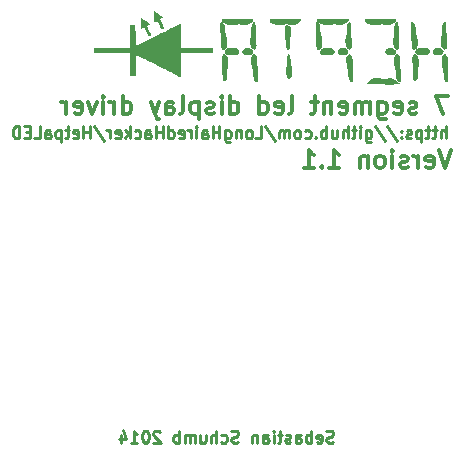
<source format=gbo>
G04 (created by PCBNEW (2013-may-18)-stable) date Tue 21 Oct 2014 06:54:13 PM CEST*
%MOIN*%
G04 Gerber Fmt 3.4, Leading zero omitted, Abs format*
%FSLAX34Y34*%
G01*
G70*
G90*
G04 APERTURE LIST*
%ADD10C,0.00590551*%
%ADD11C,0.011811*%
%ADD12C,0.00984252*%
%ADD13C,0.0001*%
G04 APERTURE END LIST*
G54D10*
G54D11*
X56474Y-24148D02*
X56277Y-24739D01*
X56080Y-24148D01*
X55659Y-24710D02*
X55715Y-24739D01*
X55827Y-24739D01*
X55884Y-24710D01*
X55912Y-24654D01*
X55912Y-24429D01*
X55884Y-24373D01*
X55827Y-24345D01*
X55715Y-24345D01*
X55659Y-24373D01*
X55631Y-24429D01*
X55631Y-24485D01*
X55912Y-24542D01*
X55377Y-24739D02*
X55377Y-24345D01*
X55377Y-24457D02*
X55349Y-24401D01*
X55321Y-24373D01*
X55265Y-24345D01*
X55209Y-24345D01*
X55040Y-24710D02*
X54984Y-24739D01*
X54871Y-24739D01*
X54815Y-24710D01*
X54787Y-24654D01*
X54787Y-24626D01*
X54815Y-24570D01*
X54871Y-24542D01*
X54956Y-24542D01*
X55012Y-24514D01*
X55040Y-24457D01*
X55040Y-24429D01*
X55012Y-24373D01*
X54956Y-24345D01*
X54871Y-24345D01*
X54815Y-24373D01*
X54534Y-24739D02*
X54534Y-24345D01*
X54534Y-24148D02*
X54562Y-24176D01*
X54534Y-24204D01*
X54506Y-24176D01*
X54534Y-24148D01*
X54534Y-24204D01*
X54168Y-24739D02*
X54224Y-24710D01*
X54253Y-24682D01*
X54281Y-24626D01*
X54281Y-24457D01*
X54253Y-24401D01*
X54224Y-24373D01*
X54168Y-24345D01*
X54084Y-24345D01*
X54028Y-24373D01*
X54000Y-24401D01*
X53971Y-24457D01*
X53971Y-24626D01*
X54000Y-24682D01*
X54028Y-24710D01*
X54084Y-24739D01*
X54168Y-24739D01*
X53718Y-24345D02*
X53718Y-24739D01*
X53718Y-24401D02*
X53690Y-24373D01*
X53634Y-24345D01*
X53550Y-24345D01*
X53493Y-24373D01*
X53465Y-24429D01*
X53465Y-24739D01*
X52425Y-24739D02*
X52762Y-24739D01*
X52593Y-24739D02*
X52593Y-24148D01*
X52650Y-24232D01*
X52706Y-24289D01*
X52762Y-24317D01*
X52172Y-24682D02*
X52143Y-24710D01*
X52172Y-24739D01*
X52200Y-24710D01*
X52172Y-24682D01*
X52172Y-24739D01*
X51581Y-24739D02*
X51919Y-24739D01*
X51750Y-24739D02*
X51750Y-24148D01*
X51806Y-24232D01*
X51862Y-24289D01*
X51919Y-24317D01*
G54D12*
X52562Y-33890D02*
X52505Y-33909D01*
X52412Y-33909D01*
X52374Y-33890D01*
X52355Y-33871D01*
X52337Y-33834D01*
X52337Y-33796D01*
X52355Y-33759D01*
X52374Y-33740D01*
X52412Y-33721D01*
X52487Y-33703D01*
X52524Y-33684D01*
X52543Y-33665D01*
X52562Y-33628D01*
X52562Y-33590D01*
X52543Y-33553D01*
X52524Y-33534D01*
X52487Y-33515D01*
X52393Y-33515D01*
X52337Y-33534D01*
X52018Y-33890D02*
X52055Y-33909D01*
X52130Y-33909D01*
X52168Y-33890D01*
X52187Y-33853D01*
X52187Y-33703D01*
X52168Y-33665D01*
X52130Y-33646D01*
X52055Y-33646D01*
X52018Y-33665D01*
X51999Y-33703D01*
X51999Y-33740D01*
X52187Y-33778D01*
X51830Y-33909D02*
X51830Y-33515D01*
X51830Y-33665D02*
X51793Y-33646D01*
X51718Y-33646D01*
X51680Y-33665D01*
X51662Y-33684D01*
X51643Y-33721D01*
X51643Y-33834D01*
X51662Y-33871D01*
X51680Y-33890D01*
X51718Y-33909D01*
X51793Y-33909D01*
X51830Y-33890D01*
X51305Y-33909D02*
X51305Y-33703D01*
X51324Y-33665D01*
X51362Y-33646D01*
X51437Y-33646D01*
X51474Y-33665D01*
X51305Y-33890D02*
X51343Y-33909D01*
X51437Y-33909D01*
X51474Y-33890D01*
X51493Y-33853D01*
X51493Y-33815D01*
X51474Y-33778D01*
X51437Y-33759D01*
X51343Y-33759D01*
X51305Y-33740D01*
X51137Y-33890D02*
X51099Y-33909D01*
X51024Y-33909D01*
X50987Y-33890D01*
X50968Y-33853D01*
X50968Y-33834D01*
X50987Y-33796D01*
X51024Y-33778D01*
X51080Y-33778D01*
X51118Y-33759D01*
X51137Y-33721D01*
X51137Y-33703D01*
X51118Y-33665D01*
X51080Y-33646D01*
X51024Y-33646D01*
X50987Y-33665D01*
X50856Y-33646D02*
X50706Y-33646D01*
X50799Y-33515D02*
X50799Y-33853D01*
X50781Y-33890D01*
X50743Y-33909D01*
X50706Y-33909D01*
X50574Y-33909D02*
X50574Y-33646D01*
X50574Y-33515D02*
X50593Y-33534D01*
X50574Y-33553D01*
X50556Y-33534D01*
X50574Y-33515D01*
X50574Y-33553D01*
X50218Y-33909D02*
X50218Y-33703D01*
X50237Y-33665D01*
X50274Y-33646D01*
X50349Y-33646D01*
X50387Y-33665D01*
X50218Y-33890D02*
X50256Y-33909D01*
X50349Y-33909D01*
X50387Y-33890D01*
X50406Y-33853D01*
X50406Y-33815D01*
X50387Y-33778D01*
X50349Y-33759D01*
X50256Y-33759D01*
X50218Y-33740D01*
X50031Y-33646D02*
X50031Y-33909D01*
X50031Y-33684D02*
X50012Y-33665D01*
X49974Y-33646D01*
X49918Y-33646D01*
X49881Y-33665D01*
X49862Y-33703D01*
X49862Y-33909D01*
X49393Y-33890D02*
X49337Y-33909D01*
X49243Y-33909D01*
X49206Y-33890D01*
X49187Y-33871D01*
X49168Y-33834D01*
X49168Y-33796D01*
X49187Y-33759D01*
X49206Y-33740D01*
X49243Y-33721D01*
X49318Y-33703D01*
X49356Y-33684D01*
X49374Y-33665D01*
X49393Y-33628D01*
X49393Y-33590D01*
X49374Y-33553D01*
X49356Y-33534D01*
X49318Y-33515D01*
X49224Y-33515D01*
X49168Y-33534D01*
X48831Y-33890D02*
X48868Y-33909D01*
X48943Y-33909D01*
X48981Y-33890D01*
X49000Y-33871D01*
X49018Y-33834D01*
X49018Y-33721D01*
X49000Y-33684D01*
X48981Y-33665D01*
X48943Y-33646D01*
X48868Y-33646D01*
X48831Y-33665D01*
X48662Y-33909D02*
X48662Y-33515D01*
X48493Y-33909D02*
X48493Y-33703D01*
X48512Y-33665D01*
X48550Y-33646D01*
X48606Y-33646D01*
X48643Y-33665D01*
X48662Y-33684D01*
X48137Y-33646D02*
X48137Y-33909D01*
X48306Y-33646D02*
X48306Y-33853D01*
X48287Y-33890D01*
X48250Y-33909D01*
X48193Y-33909D01*
X48156Y-33890D01*
X48137Y-33871D01*
X47950Y-33909D02*
X47950Y-33646D01*
X47950Y-33684D02*
X47931Y-33665D01*
X47893Y-33646D01*
X47837Y-33646D01*
X47800Y-33665D01*
X47781Y-33703D01*
X47781Y-33909D01*
X47781Y-33703D02*
X47762Y-33665D01*
X47725Y-33646D01*
X47668Y-33646D01*
X47631Y-33665D01*
X47612Y-33703D01*
X47612Y-33909D01*
X47425Y-33909D02*
X47425Y-33515D01*
X47425Y-33665D02*
X47387Y-33646D01*
X47312Y-33646D01*
X47275Y-33665D01*
X47256Y-33684D01*
X47237Y-33721D01*
X47237Y-33834D01*
X47256Y-33871D01*
X47275Y-33890D01*
X47312Y-33909D01*
X47387Y-33909D01*
X47425Y-33890D01*
X46787Y-33553D02*
X46769Y-33534D01*
X46731Y-33515D01*
X46637Y-33515D01*
X46600Y-33534D01*
X46581Y-33553D01*
X46562Y-33590D01*
X46562Y-33628D01*
X46581Y-33684D01*
X46806Y-33909D01*
X46562Y-33909D01*
X46319Y-33515D02*
X46281Y-33515D01*
X46244Y-33534D01*
X46225Y-33553D01*
X46206Y-33590D01*
X46187Y-33665D01*
X46187Y-33759D01*
X46206Y-33834D01*
X46225Y-33871D01*
X46244Y-33890D01*
X46281Y-33909D01*
X46319Y-33909D01*
X46356Y-33890D01*
X46375Y-33871D01*
X46394Y-33834D01*
X46412Y-33759D01*
X46412Y-33665D01*
X46394Y-33590D01*
X46375Y-33553D01*
X46356Y-33534D01*
X46319Y-33515D01*
X45812Y-33909D02*
X46037Y-33909D01*
X45925Y-33909D02*
X45925Y-33515D01*
X45962Y-33571D01*
X46000Y-33609D01*
X46037Y-33628D01*
X45475Y-33646D02*
X45475Y-33909D01*
X45569Y-33496D02*
X45662Y-33778D01*
X45419Y-33778D01*
X56308Y-23759D02*
X56308Y-23365D01*
X56139Y-23759D02*
X56139Y-23553D01*
X56158Y-23515D01*
X56195Y-23496D01*
X56252Y-23496D01*
X56289Y-23515D01*
X56308Y-23534D01*
X56008Y-23496D02*
X55858Y-23496D01*
X55952Y-23365D02*
X55952Y-23703D01*
X55933Y-23740D01*
X55896Y-23759D01*
X55858Y-23759D01*
X55783Y-23496D02*
X55633Y-23496D01*
X55727Y-23365D02*
X55727Y-23703D01*
X55708Y-23740D01*
X55671Y-23759D01*
X55633Y-23759D01*
X55502Y-23496D02*
X55502Y-23890D01*
X55502Y-23515D02*
X55464Y-23496D01*
X55389Y-23496D01*
X55352Y-23515D01*
X55333Y-23534D01*
X55314Y-23571D01*
X55314Y-23684D01*
X55333Y-23721D01*
X55352Y-23740D01*
X55389Y-23759D01*
X55464Y-23759D01*
X55502Y-23740D01*
X55164Y-23740D02*
X55127Y-23759D01*
X55052Y-23759D01*
X55014Y-23740D01*
X54996Y-23703D01*
X54996Y-23684D01*
X55014Y-23646D01*
X55052Y-23628D01*
X55108Y-23628D01*
X55146Y-23609D01*
X55164Y-23571D01*
X55164Y-23553D01*
X55146Y-23515D01*
X55108Y-23496D01*
X55052Y-23496D01*
X55014Y-23515D01*
X54827Y-23721D02*
X54808Y-23740D01*
X54827Y-23759D01*
X54846Y-23740D01*
X54827Y-23721D01*
X54827Y-23759D01*
X54827Y-23515D02*
X54808Y-23534D01*
X54827Y-23553D01*
X54846Y-23534D01*
X54827Y-23515D01*
X54827Y-23553D01*
X54358Y-23346D02*
X54696Y-23853D01*
X53946Y-23346D02*
X54283Y-23853D01*
X53646Y-23496D02*
X53646Y-23815D01*
X53665Y-23853D01*
X53683Y-23871D01*
X53721Y-23890D01*
X53777Y-23890D01*
X53815Y-23871D01*
X53646Y-23740D02*
X53683Y-23759D01*
X53758Y-23759D01*
X53796Y-23740D01*
X53815Y-23721D01*
X53833Y-23684D01*
X53833Y-23571D01*
X53815Y-23534D01*
X53796Y-23515D01*
X53758Y-23496D01*
X53683Y-23496D01*
X53646Y-23515D01*
X53458Y-23759D02*
X53458Y-23496D01*
X53458Y-23365D02*
X53477Y-23384D01*
X53458Y-23403D01*
X53440Y-23384D01*
X53458Y-23365D01*
X53458Y-23403D01*
X53327Y-23496D02*
X53177Y-23496D01*
X53271Y-23365D02*
X53271Y-23703D01*
X53252Y-23740D01*
X53215Y-23759D01*
X53177Y-23759D01*
X53046Y-23759D02*
X53046Y-23365D01*
X52877Y-23759D02*
X52877Y-23553D01*
X52896Y-23515D01*
X52933Y-23496D01*
X52990Y-23496D01*
X53027Y-23515D01*
X53046Y-23534D01*
X52521Y-23496D02*
X52521Y-23759D01*
X52690Y-23496D02*
X52690Y-23703D01*
X52671Y-23740D01*
X52633Y-23759D01*
X52577Y-23759D01*
X52540Y-23740D01*
X52521Y-23721D01*
X52333Y-23759D02*
X52333Y-23365D01*
X52333Y-23515D02*
X52296Y-23496D01*
X52221Y-23496D01*
X52183Y-23515D01*
X52165Y-23534D01*
X52146Y-23571D01*
X52146Y-23684D01*
X52165Y-23721D01*
X52183Y-23740D01*
X52221Y-23759D01*
X52296Y-23759D01*
X52333Y-23740D01*
X51977Y-23721D02*
X51959Y-23740D01*
X51977Y-23759D01*
X51996Y-23740D01*
X51977Y-23721D01*
X51977Y-23759D01*
X51621Y-23740D02*
X51659Y-23759D01*
X51734Y-23759D01*
X51771Y-23740D01*
X51790Y-23721D01*
X51809Y-23684D01*
X51809Y-23571D01*
X51790Y-23534D01*
X51771Y-23515D01*
X51734Y-23496D01*
X51659Y-23496D01*
X51621Y-23515D01*
X51396Y-23759D02*
X51434Y-23740D01*
X51452Y-23721D01*
X51471Y-23684D01*
X51471Y-23571D01*
X51452Y-23534D01*
X51434Y-23515D01*
X51396Y-23496D01*
X51340Y-23496D01*
X51302Y-23515D01*
X51284Y-23534D01*
X51265Y-23571D01*
X51265Y-23684D01*
X51284Y-23721D01*
X51302Y-23740D01*
X51340Y-23759D01*
X51396Y-23759D01*
X51096Y-23759D02*
X51096Y-23496D01*
X51096Y-23534D02*
X51077Y-23515D01*
X51040Y-23496D01*
X50984Y-23496D01*
X50946Y-23515D01*
X50927Y-23553D01*
X50927Y-23759D01*
X50927Y-23553D02*
X50909Y-23515D01*
X50871Y-23496D01*
X50815Y-23496D01*
X50777Y-23515D01*
X50759Y-23553D01*
X50759Y-23759D01*
X50290Y-23346D02*
X50627Y-23853D01*
X49971Y-23759D02*
X50159Y-23759D01*
X50159Y-23365D01*
X49784Y-23759D02*
X49821Y-23740D01*
X49840Y-23721D01*
X49859Y-23684D01*
X49859Y-23571D01*
X49840Y-23534D01*
X49821Y-23515D01*
X49784Y-23496D01*
X49728Y-23496D01*
X49690Y-23515D01*
X49671Y-23534D01*
X49653Y-23571D01*
X49653Y-23684D01*
X49671Y-23721D01*
X49690Y-23740D01*
X49728Y-23759D01*
X49784Y-23759D01*
X49484Y-23496D02*
X49484Y-23759D01*
X49484Y-23534D02*
X49465Y-23515D01*
X49428Y-23496D01*
X49371Y-23496D01*
X49334Y-23515D01*
X49315Y-23553D01*
X49315Y-23759D01*
X48959Y-23496D02*
X48959Y-23815D01*
X48978Y-23853D01*
X48996Y-23871D01*
X49034Y-23890D01*
X49090Y-23890D01*
X49128Y-23871D01*
X48959Y-23740D02*
X48996Y-23759D01*
X49071Y-23759D01*
X49109Y-23740D01*
X49128Y-23721D01*
X49146Y-23684D01*
X49146Y-23571D01*
X49128Y-23534D01*
X49109Y-23515D01*
X49071Y-23496D01*
X48996Y-23496D01*
X48959Y-23515D01*
X48771Y-23759D02*
X48771Y-23365D01*
X48771Y-23553D02*
X48546Y-23553D01*
X48546Y-23759D02*
X48546Y-23365D01*
X48190Y-23759D02*
X48190Y-23553D01*
X48209Y-23515D01*
X48246Y-23496D01*
X48321Y-23496D01*
X48359Y-23515D01*
X48190Y-23740D02*
X48228Y-23759D01*
X48321Y-23759D01*
X48359Y-23740D01*
X48378Y-23703D01*
X48378Y-23665D01*
X48359Y-23628D01*
X48321Y-23609D01*
X48228Y-23609D01*
X48190Y-23590D01*
X48003Y-23759D02*
X48003Y-23496D01*
X48003Y-23365D02*
X48022Y-23384D01*
X48003Y-23403D01*
X47984Y-23384D01*
X48003Y-23365D01*
X48003Y-23403D01*
X47815Y-23759D02*
X47815Y-23496D01*
X47815Y-23571D02*
X47797Y-23534D01*
X47778Y-23515D01*
X47740Y-23496D01*
X47703Y-23496D01*
X47422Y-23740D02*
X47459Y-23759D01*
X47534Y-23759D01*
X47572Y-23740D01*
X47590Y-23703D01*
X47590Y-23553D01*
X47572Y-23515D01*
X47534Y-23496D01*
X47459Y-23496D01*
X47422Y-23515D01*
X47403Y-23553D01*
X47403Y-23590D01*
X47590Y-23628D01*
X47065Y-23759D02*
X47065Y-23365D01*
X47065Y-23740D02*
X47103Y-23759D01*
X47178Y-23759D01*
X47215Y-23740D01*
X47234Y-23721D01*
X47253Y-23684D01*
X47253Y-23571D01*
X47234Y-23534D01*
X47215Y-23515D01*
X47178Y-23496D01*
X47103Y-23496D01*
X47065Y-23515D01*
X46878Y-23759D02*
X46878Y-23365D01*
X46878Y-23553D02*
X46653Y-23553D01*
X46653Y-23759D02*
X46653Y-23365D01*
X46297Y-23759D02*
X46297Y-23553D01*
X46315Y-23515D01*
X46353Y-23496D01*
X46428Y-23496D01*
X46465Y-23515D01*
X46297Y-23740D02*
X46334Y-23759D01*
X46428Y-23759D01*
X46465Y-23740D01*
X46484Y-23703D01*
X46484Y-23665D01*
X46465Y-23628D01*
X46428Y-23609D01*
X46334Y-23609D01*
X46297Y-23590D01*
X45941Y-23740D02*
X45978Y-23759D01*
X46053Y-23759D01*
X46091Y-23740D01*
X46109Y-23721D01*
X46128Y-23684D01*
X46128Y-23571D01*
X46109Y-23534D01*
X46091Y-23515D01*
X46053Y-23496D01*
X45978Y-23496D01*
X45941Y-23515D01*
X45772Y-23759D02*
X45772Y-23365D01*
X45734Y-23609D02*
X45622Y-23759D01*
X45622Y-23496D02*
X45772Y-23646D01*
X45303Y-23740D02*
X45341Y-23759D01*
X45416Y-23759D01*
X45453Y-23740D01*
X45472Y-23703D01*
X45472Y-23553D01*
X45453Y-23515D01*
X45416Y-23496D01*
X45341Y-23496D01*
X45303Y-23515D01*
X45284Y-23553D01*
X45284Y-23590D01*
X45472Y-23628D01*
X45116Y-23759D02*
X45116Y-23496D01*
X45116Y-23571D02*
X45097Y-23534D01*
X45078Y-23515D01*
X45041Y-23496D01*
X45003Y-23496D01*
X44591Y-23346D02*
X44928Y-23853D01*
X44459Y-23759D02*
X44459Y-23365D01*
X44459Y-23553D02*
X44234Y-23553D01*
X44234Y-23759D02*
X44234Y-23365D01*
X43897Y-23740D02*
X43935Y-23759D01*
X44010Y-23759D01*
X44047Y-23740D01*
X44066Y-23703D01*
X44066Y-23553D01*
X44047Y-23515D01*
X44010Y-23496D01*
X43935Y-23496D01*
X43897Y-23515D01*
X43878Y-23553D01*
X43878Y-23590D01*
X44066Y-23628D01*
X43766Y-23496D02*
X43616Y-23496D01*
X43710Y-23365D02*
X43710Y-23703D01*
X43691Y-23740D01*
X43653Y-23759D01*
X43616Y-23759D01*
X43485Y-23496D02*
X43485Y-23890D01*
X43485Y-23515D02*
X43447Y-23496D01*
X43372Y-23496D01*
X43335Y-23515D01*
X43316Y-23534D01*
X43297Y-23571D01*
X43297Y-23684D01*
X43316Y-23721D01*
X43335Y-23740D01*
X43372Y-23759D01*
X43447Y-23759D01*
X43485Y-23740D01*
X42960Y-23759D02*
X42960Y-23553D01*
X42978Y-23515D01*
X43016Y-23496D01*
X43091Y-23496D01*
X43128Y-23515D01*
X42960Y-23740D02*
X42997Y-23759D01*
X43091Y-23759D01*
X43128Y-23740D01*
X43147Y-23703D01*
X43147Y-23665D01*
X43128Y-23628D01*
X43091Y-23609D01*
X42997Y-23609D01*
X42960Y-23590D01*
X42585Y-23759D02*
X42772Y-23759D01*
X42772Y-23365D01*
X42453Y-23553D02*
X42322Y-23553D01*
X42266Y-23759D02*
X42453Y-23759D01*
X42453Y-23365D01*
X42266Y-23365D01*
X42097Y-23759D02*
X42097Y-23365D01*
X42004Y-23365D01*
X41947Y-23384D01*
X41910Y-23421D01*
X41891Y-23459D01*
X41872Y-23534D01*
X41872Y-23590D01*
X41891Y-23665D01*
X41910Y-23703D01*
X41947Y-23740D01*
X42004Y-23759D01*
X42097Y-23759D01*
G54D11*
X56375Y-22348D02*
X55982Y-22348D01*
X56235Y-22939D01*
X55335Y-22910D02*
X55279Y-22939D01*
X55166Y-22939D01*
X55110Y-22910D01*
X55082Y-22854D01*
X55082Y-22826D01*
X55110Y-22770D01*
X55166Y-22742D01*
X55250Y-22742D01*
X55307Y-22714D01*
X55335Y-22657D01*
X55335Y-22629D01*
X55307Y-22573D01*
X55250Y-22545D01*
X55166Y-22545D01*
X55110Y-22573D01*
X54604Y-22910D02*
X54660Y-22939D01*
X54772Y-22939D01*
X54829Y-22910D01*
X54857Y-22854D01*
X54857Y-22629D01*
X54829Y-22573D01*
X54772Y-22545D01*
X54660Y-22545D01*
X54604Y-22573D01*
X54575Y-22629D01*
X54575Y-22685D01*
X54857Y-22742D01*
X54069Y-22545D02*
X54069Y-23023D01*
X54097Y-23079D01*
X54126Y-23107D01*
X54182Y-23135D01*
X54266Y-23135D01*
X54322Y-23107D01*
X54069Y-22910D02*
X54126Y-22939D01*
X54238Y-22939D01*
X54294Y-22910D01*
X54322Y-22882D01*
X54351Y-22826D01*
X54351Y-22657D01*
X54322Y-22601D01*
X54294Y-22573D01*
X54238Y-22545D01*
X54126Y-22545D01*
X54069Y-22573D01*
X53788Y-22939D02*
X53788Y-22545D01*
X53788Y-22601D02*
X53760Y-22573D01*
X53704Y-22545D01*
X53619Y-22545D01*
X53563Y-22573D01*
X53535Y-22629D01*
X53535Y-22939D01*
X53535Y-22629D02*
X53507Y-22573D01*
X53451Y-22545D01*
X53366Y-22545D01*
X53310Y-22573D01*
X53282Y-22629D01*
X53282Y-22939D01*
X52776Y-22910D02*
X52832Y-22939D01*
X52944Y-22939D01*
X53001Y-22910D01*
X53029Y-22854D01*
X53029Y-22629D01*
X53001Y-22573D01*
X52944Y-22545D01*
X52832Y-22545D01*
X52776Y-22573D01*
X52748Y-22629D01*
X52748Y-22685D01*
X53029Y-22742D01*
X52494Y-22545D02*
X52494Y-22939D01*
X52494Y-22601D02*
X52466Y-22573D01*
X52410Y-22545D01*
X52326Y-22545D01*
X52270Y-22573D01*
X52241Y-22629D01*
X52241Y-22939D01*
X52045Y-22545D02*
X51820Y-22545D01*
X51960Y-22348D02*
X51960Y-22854D01*
X51932Y-22910D01*
X51876Y-22939D01*
X51820Y-22939D01*
X51088Y-22939D02*
X51145Y-22910D01*
X51173Y-22854D01*
X51173Y-22348D01*
X50638Y-22910D02*
X50695Y-22939D01*
X50807Y-22939D01*
X50863Y-22910D01*
X50892Y-22854D01*
X50892Y-22629D01*
X50863Y-22573D01*
X50807Y-22545D01*
X50695Y-22545D01*
X50638Y-22573D01*
X50610Y-22629D01*
X50610Y-22685D01*
X50892Y-22742D01*
X50104Y-22939D02*
X50104Y-22348D01*
X50104Y-22910D02*
X50160Y-22939D01*
X50273Y-22939D01*
X50329Y-22910D01*
X50357Y-22882D01*
X50385Y-22826D01*
X50385Y-22657D01*
X50357Y-22601D01*
X50329Y-22573D01*
X50273Y-22545D01*
X50160Y-22545D01*
X50104Y-22573D01*
X49120Y-22939D02*
X49120Y-22348D01*
X49120Y-22910D02*
X49176Y-22939D01*
X49289Y-22939D01*
X49345Y-22910D01*
X49373Y-22882D01*
X49401Y-22826D01*
X49401Y-22657D01*
X49373Y-22601D01*
X49345Y-22573D01*
X49289Y-22545D01*
X49176Y-22545D01*
X49120Y-22573D01*
X48839Y-22939D02*
X48839Y-22545D01*
X48839Y-22348D02*
X48867Y-22376D01*
X48839Y-22404D01*
X48811Y-22376D01*
X48839Y-22348D01*
X48839Y-22404D01*
X48586Y-22910D02*
X48529Y-22939D01*
X48417Y-22939D01*
X48361Y-22910D01*
X48333Y-22854D01*
X48333Y-22826D01*
X48361Y-22770D01*
X48417Y-22742D01*
X48501Y-22742D01*
X48557Y-22714D01*
X48586Y-22657D01*
X48586Y-22629D01*
X48557Y-22573D01*
X48501Y-22545D01*
X48417Y-22545D01*
X48361Y-22573D01*
X48079Y-22545D02*
X48079Y-23135D01*
X48079Y-22573D02*
X48023Y-22545D01*
X47911Y-22545D01*
X47854Y-22573D01*
X47826Y-22601D01*
X47798Y-22657D01*
X47798Y-22826D01*
X47826Y-22882D01*
X47854Y-22910D01*
X47911Y-22939D01*
X48023Y-22939D01*
X48079Y-22910D01*
X47461Y-22939D02*
X47517Y-22910D01*
X47545Y-22854D01*
X47545Y-22348D01*
X46983Y-22939D02*
X46983Y-22629D01*
X47011Y-22573D01*
X47067Y-22545D01*
X47180Y-22545D01*
X47236Y-22573D01*
X46983Y-22910D02*
X47039Y-22939D01*
X47180Y-22939D01*
X47236Y-22910D01*
X47264Y-22854D01*
X47264Y-22798D01*
X47236Y-22742D01*
X47180Y-22714D01*
X47039Y-22714D01*
X46983Y-22685D01*
X46758Y-22545D02*
X46617Y-22939D01*
X46476Y-22545D02*
X46617Y-22939D01*
X46673Y-23079D01*
X46701Y-23107D01*
X46758Y-23135D01*
X45548Y-22939D02*
X45548Y-22348D01*
X45548Y-22910D02*
X45605Y-22939D01*
X45717Y-22939D01*
X45773Y-22910D01*
X45802Y-22882D01*
X45830Y-22826D01*
X45830Y-22657D01*
X45802Y-22601D01*
X45773Y-22573D01*
X45717Y-22545D01*
X45605Y-22545D01*
X45548Y-22573D01*
X45267Y-22939D02*
X45267Y-22545D01*
X45267Y-22657D02*
X45239Y-22601D01*
X45211Y-22573D01*
X45155Y-22545D01*
X45099Y-22545D01*
X44902Y-22939D02*
X44902Y-22545D01*
X44902Y-22348D02*
X44930Y-22376D01*
X44902Y-22404D01*
X44874Y-22376D01*
X44902Y-22348D01*
X44902Y-22404D01*
X44677Y-22545D02*
X44536Y-22939D01*
X44396Y-22545D01*
X43946Y-22910D02*
X44002Y-22939D01*
X44114Y-22939D01*
X44171Y-22910D01*
X44199Y-22854D01*
X44199Y-22629D01*
X44171Y-22573D01*
X44114Y-22545D01*
X44002Y-22545D01*
X43946Y-22573D01*
X43917Y-22629D01*
X43917Y-22685D01*
X44199Y-22742D01*
X43664Y-22939D02*
X43664Y-22545D01*
X43664Y-22657D02*
X43636Y-22601D01*
X43608Y-22573D01*
X43552Y-22545D01*
X43496Y-22545D01*
G54D13*
G36*
X53701Y-21943D02*
X53702Y-21949D01*
X53706Y-21953D01*
X53713Y-21957D01*
X53727Y-21960D01*
X53749Y-21962D01*
X53781Y-21964D01*
X53825Y-21965D01*
X53883Y-21966D01*
X53956Y-21967D01*
X54048Y-21968D01*
X54159Y-21969D01*
X54237Y-21969D01*
X54364Y-21970D01*
X54470Y-21970D01*
X54556Y-21970D01*
X54626Y-21969D01*
X54679Y-21968D01*
X54719Y-21967D01*
X54747Y-21965D01*
X54764Y-21962D01*
X54773Y-21959D01*
X54776Y-21956D01*
X54773Y-21935D01*
X54755Y-21907D01*
X54727Y-21877D01*
X54693Y-21850D01*
X54659Y-21831D01*
X54630Y-21823D01*
X54629Y-21823D01*
X54610Y-21817D01*
X54580Y-21801D01*
X54559Y-21788D01*
X54528Y-21768D01*
X54502Y-21758D01*
X54471Y-21756D01*
X54437Y-21758D01*
X54389Y-21764D01*
X54340Y-21773D01*
X54315Y-21780D01*
X54280Y-21790D01*
X54255Y-21792D01*
X54227Y-21784D01*
X54218Y-21780D01*
X54181Y-21770D01*
X54128Y-21763D01*
X54062Y-21758D01*
X54051Y-21758D01*
X53997Y-21756D01*
X53958Y-21756D01*
X53929Y-21760D01*
X53903Y-21769D01*
X53872Y-21783D01*
X53849Y-21795D01*
X53794Y-21827D01*
X53750Y-21862D01*
X53718Y-21898D01*
X53702Y-21930D01*
X53701Y-21943D01*
X53701Y-21943D01*
X53701Y-21943D01*
G37*
G36*
X56178Y-21105D02*
X56178Y-21156D01*
X56180Y-21214D01*
X56180Y-21217D01*
X56184Y-21286D01*
X56189Y-21337D01*
X56196Y-21376D01*
X56206Y-21408D01*
X56210Y-21417D01*
X56223Y-21454D01*
X56232Y-21500D01*
X56238Y-21561D01*
X56241Y-21599D01*
X56245Y-21670D01*
X56249Y-21723D01*
X56254Y-21762D01*
X56262Y-21789D01*
X56273Y-21811D01*
X56288Y-21831D01*
X56302Y-21846D01*
X56336Y-21878D01*
X56363Y-21890D01*
X56384Y-21885D01*
X56395Y-21874D01*
X56399Y-21865D01*
X56402Y-21849D01*
X56404Y-21822D01*
X56404Y-21782D01*
X56404Y-21729D01*
X56402Y-21659D01*
X56399Y-21570D01*
X56396Y-21477D01*
X56393Y-21384D01*
X56389Y-21297D01*
X56385Y-21219D01*
X56382Y-21152D01*
X56379Y-21100D01*
X56377Y-21066D01*
X56376Y-21055D01*
X56363Y-21015D01*
X56337Y-20979D01*
X56307Y-20953D01*
X56276Y-20944D01*
X56249Y-20953D01*
X56219Y-20978D01*
X56194Y-21012D01*
X56182Y-21043D01*
X56179Y-21065D01*
X56178Y-21105D01*
X56178Y-21105D01*
X56178Y-21105D01*
G37*
G36*
X54590Y-21156D02*
X54592Y-21214D01*
X54592Y-21217D01*
X54596Y-21286D01*
X54601Y-21336D01*
X54608Y-21375D01*
X54618Y-21407D01*
X54623Y-21418D01*
X54636Y-21455D01*
X54645Y-21499D01*
X54651Y-21556D01*
X54653Y-21600D01*
X54657Y-21671D01*
X54661Y-21724D01*
X54666Y-21762D01*
X54674Y-21790D01*
X54685Y-21812D01*
X54701Y-21832D01*
X54714Y-21846D01*
X54748Y-21878D01*
X54774Y-21890D01*
X54796Y-21885D01*
X54807Y-21874D01*
X54811Y-21865D01*
X54814Y-21849D01*
X54815Y-21822D01*
X54816Y-21782D01*
X54816Y-21729D01*
X54814Y-21659D01*
X54811Y-21570D01*
X54808Y-21477D01*
X54804Y-21384D01*
X54801Y-21297D01*
X54798Y-21219D01*
X54794Y-21152D01*
X54791Y-21100D01*
X54789Y-21066D01*
X54788Y-21055D01*
X54775Y-21015D01*
X54750Y-20979D01*
X54719Y-20953D01*
X54689Y-20944D01*
X54661Y-20953D01*
X54631Y-20978D01*
X54606Y-21012D01*
X54594Y-21043D01*
X54591Y-21065D01*
X54590Y-21105D01*
X54590Y-21156D01*
X54590Y-21156D01*
X54590Y-21156D01*
G37*
G36*
X53002Y-21105D02*
X53002Y-21156D01*
X53004Y-21214D01*
X53004Y-21217D01*
X53008Y-21286D01*
X53013Y-21336D01*
X53020Y-21375D01*
X53030Y-21407D01*
X53035Y-21418D01*
X53048Y-21455D01*
X53057Y-21499D01*
X53063Y-21556D01*
X53065Y-21600D01*
X53069Y-21671D01*
X53073Y-21724D01*
X53078Y-21762D01*
X53086Y-21790D01*
X53097Y-21812D01*
X53113Y-21832D01*
X53126Y-21846D01*
X53160Y-21878D01*
X53186Y-21890D01*
X53208Y-21885D01*
X53219Y-21874D01*
X53223Y-21865D01*
X53226Y-21849D01*
X53228Y-21822D01*
X53228Y-21782D01*
X53228Y-21729D01*
X53226Y-21659D01*
X53223Y-21570D01*
X53220Y-21477D01*
X53217Y-21384D01*
X53213Y-21297D01*
X53209Y-21219D01*
X53206Y-21152D01*
X53204Y-21100D01*
X53201Y-21066D01*
X53200Y-21055D01*
X53186Y-21015D01*
X53162Y-20979D01*
X53131Y-20953D01*
X53101Y-20944D01*
X53073Y-20953D01*
X53043Y-20978D01*
X53019Y-21012D01*
X53006Y-21043D01*
X53003Y-21065D01*
X53002Y-21105D01*
X53002Y-21105D01*
X53002Y-21105D01*
G37*
G36*
X49827Y-21105D02*
X49828Y-21157D01*
X49829Y-21215D01*
X49830Y-21219D01*
X49834Y-21288D01*
X49839Y-21339D01*
X49846Y-21378D01*
X49857Y-21410D01*
X49861Y-21420D01*
X49872Y-21452D01*
X49881Y-21489D01*
X49887Y-21538D01*
X49891Y-21603D01*
X49892Y-21618D01*
X49897Y-21696D01*
X49906Y-21755D01*
X49918Y-21800D01*
X49937Y-21834D01*
X49963Y-21861D01*
X49971Y-21868D01*
X50002Y-21888D01*
X50025Y-21889D01*
X50044Y-21874D01*
X50048Y-21865D01*
X50051Y-21849D01*
X50053Y-21822D01*
X50053Y-21782D01*
X50053Y-21729D01*
X50051Y-21659D01*
X50048Y-21570D01*
X50045Y-21477D01*
X50042Y-21384D01*
X50038Y-21297D01*
X50035Y-21219D01*
X50031Y-21152D01*
X50029Y-21100D01*
X50026Y-21066D01*
X50025Y-21055D01*
X50012Y-21015D01*
X49987Y-20979D01*
X49956Y-20953D01*
X49926Y-20944D01*
X49898Y-20953D01*
X49868Y-20978D01*
X49843Y-21012D01*
X49830Y-21043D01*
X49828Y-21066D01*
X49827Y-21105D01*
X49827Y-21105D01*
X49827Y-21105D01*
G37*
G36*
X55202Y-21150D02*
X55203Y-21219D01*
X55205Y-21297D01*
X55208Y-21380D01*
X55211Y-21465D01*
X55215Y-21549D01*
X55220Y-21628D01*
X55225Y-21700D01*
X55229Y-21760D01*
X55234Y-21806D01*
X55239Y-21835D01*
X55242Y-21842D01*
X55267Y-21856D01*
X55298Y-21853D01*
X55327Y-21833D01*
X55329Y-21832D01*
X55349Y-21806D01*
X55363Y-21780D01*
X55372Y-21748D01*
X55376Y-21704D01*
X55378Y-21645D01*
X55378Y-21627D01*
X55380Y-21550D01*
X55386Y-21486D01*
X55395Y-21442D01*
X55403Y-21400D01*
X55409Y-21343D01*
X55411Y-21277D01*
X55411Y-21209D01*
X55409Y-21146D01*
X55403Y-21094D01*
X55399Y-21075D01*
X55381Y-21031D01*
X55350Y-20989D01*
X55315Y-20959D01*
X55290Y-20948D01*
X55258Y-20950D01*
X55230Y-20974D01*
X55210Y-21018D01*
X55207Y-21027D01*
X55204Y-21051D01*
X55203Y-21093D01*
X55202Y-21150D01*
X55202Y-21150D01*
X55202Y-21150D01*
G37*
G36*
X48852Y-21144D02*
X48853Y-21212D01*
X48854Y-21289D01*
X48857Y-21372D01*
X48861Y-21457D01*
X48865Y-21541D01*
X48869Y-21621D01*
X48874Y-21693D01*
X48878Y-21755D01*
X48884Y-21802D01*
X48888Y-21833D01*
X48891Y-21842D01*
X48916Y-21856D01*
X48947Y-21853D01*
X48976Y-21834D01*
X48978Y-21832D01*
X48999Y-21806D01*
X49013Y-21780D01*
X49021Y-21747D01*
X49025Y-21703D01*
X49027Y-21643D01*
X49027Y-21629D01*
X49030Y-21540D01*
X49038Y-21469D01*
X49045Y-21438D01*
X49054Y-21403D01*
X49058Y-21361D01*
X49060Y-21309D01*
X49060Y-21241D01*
X49059Y-21218D01*
X49057Y-21154D01*
X49055Y-21108D01*
X49051Y-21076D01*
X49045Y-21053D01*
X49036Y-21035D01*
X49027Y-21021D01*
X48996Y-20985D01*
X48961Y-20958D01*
X48928Y-20944D01*
X48921Y-20944D01*
X48897Y-20954D01*
X48874Y-20984D01*
X48856Y-21025D01*
X48853Y-21047D01*
X48852Y-21088D01*
X48852Y-21144D01*
X48852Y-21144D01*
X48852Y-21144D01*
G37*
G36*
X51003Y-21545D02*
X51004Y-21606D01*
X51008Y-21653D01*
X51014Y-21688D01*
X51022Y-21714D01*
X51034Y-21734D01*
X51050Y-21750D01*
X51056Y-21755D01*
X51085Y-21773D01*
X51109Y-21775D01*
X51136Y-21759D01*
X51158Y-21739D01*
X51196Y-21700D01*
X51196Y-21584D01*
X51192Y-21496D01*
X51182Y-21408D01*
X51175Y-21369D01*
X51164Y-21311D01*
X51155Y-21242D01*
X51148Y-21174D01*
X51146Y-21150D01*
X51138Y-21071D01*
X51126Y-21014D01*
X51108Y-20978D01*
X51085Y-20962D01*
X51076Y-20961D01*
X51060Y-20967D01*
X51046Y-20988D01*
X51032Y-21024D01*
X51025Y-21048D01*
X51020Y-21076D01*
X51015Y-21112D01*
X51012Y-21159D01*
X51009Y-21220D01*
X51007Y-21298D01*
X51005Y-21367D01*
X51003Y-21466D01*
X51003Y-21545D01*
X51003Y-21545D01*
X51003Y-21545D01*
G37*
G36*
X44594Y-20932D02*
X45188Y-20932D01*
X45782Y-20932D01*
X45782Y-21304D01*
X45782Y-21675D01*
X45880Y-21675D01*
X45977Y-21675D01*
X45977Y-21321D01*
X45977Y-21233D01*
X45977Y-21154D01*
X45978Y-21085D01*
X45978Y-21029D01*
X45979Y-20990D01*
X45980Y-20969D01*
X45980Y-20966D01*
X45991Y-20972D01*
X46020Y-20986D01*
X46066Y-21010D01*
X46128Y-21041D01*
X46204Y-21080D01*
X46292Y-21124D01*
X46391Y-21175D01*
X46498Y-21230D01*
X46614Y-21289D01*
X46720Y-21343D01*
X46841Y-21405D01*
X46956Y-21464D01*
X47063Y-21518D01*
X47162Y-21568D01*
X47249Y-21612D01*
X47325Y-21650D01*
X47386Y-21681D01*
X47432Y-21703D01*
X47461Y-21716D01*
X47470Y-21720D01*
X47474Y-21716D01*
X47478Y-21700D01*
X47480Y-21672D01*
X47482Y-21630D01*
X47483Y-21571D01*
X47484Y-21494D01*
X47485Y-21398D01*
X47485Y-21326D01*
X47485Y-20932D01*
X48022Y-20932D01*
X48558Y-20932D01*
X48558Y-20835D01*
X48558Y-20739D01*
X48022Y-20739D01*
X47485Y-20739D01*
X47485Y-20339D01*
X47484Y-20246D01*
X47484Y-20161D01*
X47482Y-20086D01*
X47481Y-20024D01*
X47480Y-19977D01*
X47478Y-19948D01*
X47476Y-19940D01*
X47465Y-19944D01*
X47435Y-19959D01*
X47388Y-19983D01*
X47325Y-20014D01*
X47248Y-20053D01*
X47160Y-20098D01*
X47061Y-20148D01*
X46952Y-20204D01*
X46836Y-20263D01*
X46725Y-20320D01*
X45982Y-20700D01*
X45977Y-20351D01*
X45971Y-20002D01*
X45876Y-19999D01*
X45782Y-19995D01*
X45782Y-20367D01*
X45782Y-20739D01*
X45188Y-20739D01*
X44594Y-20739D01*
X44594Y-20835D01*
X44594Y-20932D01*
X44594Y-20932D01*
X44594Y-20932D01*
G37*
G36*
X55887Y-20877D02*
X55897Y-20916D01*
X55916Y-20948D01*
X55942Y-20971D01*
X55981Y-20983D01*
X56036Y-20989D01*
X56069Y-20989D01*
X56117Y-20989D01*
X56149Y-20987D01*
X56170Y-20980D01*
X56188Y-20969D01*
X56207Y-20951D01*
X56238Y-20908D01*
X56246Y-20864D01*
X56231Y-20819D01*
X56223Y-20806D01*
X56188Y-20775D01*
X56139Y-20756D01*
X56072Y-20751D01*
X56038Y-20752D01*
X55992Y-20757D01*
X55962Y-20765D01*
X55939Y-20778D01*
X55927Y-20789D01*
X55896Y-20831D01*
X55887Y-20877D01*
X55887Y-20877D01*
X55887Y-20877D01*
G37*
G36*
X55302Y-20875D02*
X55312Y-20919D01*
X55344Y-20960D01*
X55345Y-20961D01*
X55360Y-20972D01*
X55374Y-20980D01*
X55394Y-20985D01*
X55421Y-20988D01*
X55463Y-20989D01*
X55521Y-20989D01*
X55543Y-20989D01*
X55607Y-20989D01*
X55653Y-20988D01*
X55684Y-20986D01*
X55704Y-20982D01*
X55719Y-20975D01*
X55732Y-20965D01*
X55736Y-20961D01*
X55771Y-20918D01*
X55783Y-20873D01*
X55772Y-20828D01*
X55741Y-20788D01*
X55727Y-20775D01*
X55714Y-20766D01*
X55697Y-20760D01*
X55672Y-20757D01*
X55634Y-20756D01*
X55580Y-20755D01*
X55550Y-20755D01*
X55476Y-20756D01*
X55421Y-20759D01*
X55381Y-20766D01*
X55353Y-20777D01*
X55334Y-20794D01*
X55318Y-20818D01*
X55314Y-20826D01*
X55302Y-20875D01*
X55302Y-20875D01*
X55302Y-20875D01*
G37*
G36*
X54299Y-20876D02*
X54312Y-20921D01*
X54345Y-20961D01*
X54362Y-20975D01*
X54381Y-20983D01*
X54406Y-20988D01*
X54445Y-20989D01*
X54478Y-20989D01*
X54527Y-20989D01*
X54559Y-20987D01*
X54581Y-20981D01*
X54598Y-20971D01*
X54617Y-20953D01*
X54619Y-20951D01*
X54650Y-20908D01*
X54658Y-20864D01*
X54643Y-20819D01*
X54635Y-20806D01*
X54601Y-20775D01*
X54551Y-20756D01*
X54484Y-20751D01*
X54450Y-20752D01*
X54404Y-20757D01*
X54374Y-20765D01*
X54351Y-20778D01*
X54338Y-20789D01*
X54308Y-20831D01*
X54299Y-20876D01*
X54299Y-20876D01*
X54299Y-20876D01*
G37*
G36*
X52711Y-20876D02*
X52724Y-20921D01*
X52757Y-20961D01*
X52774Y-20975D01*
X52792Y-20983D01*
X52818Y-20988D01*
X52857Y-20989D01*
X52890Y-20989D01*
X52939Y-20989D01*
X52971Y-20987D01*
X52993Y-20981D01*
X53010Y-20971D01*
X53029Y-20953D01*
X53031Y-20951D01*
X53062Y-20908D01*
X53070Y-20864D01*
X53055Y-20819D01*
X53047Y-20806D01*
X53012Y-20775D01*
X52963Y-20756D01*
X52897Y-20751D01*
X52862Y-20752D01*
X52816Y-20757D01*
X52786Y-20765D01*
X52763Y-20778D01*
X52751Y-20789D01*
X52719Y-20831D01*
X52711Y-20876D01*
X52711Y-20876D01*
X52711Y-20876D01*
G37*
G36*
X52126Y-20875D02*
X52136Y-20919D01*
X52168Y-20960D01*
X52169Y-20961D01*
X52184Y-20972D01*
X52198Y-20980D01*
X52218Y-20985D01*
X52246Y-20988D01*
X52286Y-20989D01*
X52345Y-20989D01*
X52367Y-20989D01*
X52431Y-20989D01*
X52477Y-20988D01*
X52508Y-20986D01*
X52529Y-20982D01*
X52544Y-20975D01*
X52556Y-20965D01*
X52560Y-20961D01*
X52595Y-20918D01*
X52607Y-20873D01*
X52596Y-20828D01*
X52565Y-20788D01*
X52551Y-20775D01*
X52538Y-20766D01*
X52521Y-20760D01*
X52496Y-20757D01*
X52458Y-20756D01*
X52404Y-20755D01*
X52374Y-20755D01*
X52300Y-20756D01*
X52245Y-20759D01*
X52205Y-20766D01*
X52177Y-20777D01*
X52158Y-20794D01*
X52142Y-20818D01*
X52139Y-20826D01*
X52126Y-20875D01*
X52126Y-20875D01*
X52126Y-20875D01*
G37*
G36*
X49536Y-20876D02*
X49549Y-20921D01*
X49582Y-20961D01*
X49599Y-20975D01*
X49618Y-20983D01*
X49643Y-20988D01*
X49682Y-20989D01*
X49715Y-20989D01*
X49764Y-20989D01*
X49796Y-20987D01*
X49818Y-20981D01*
X49835Y-20971D01*
X49854Y-20953D01*
X49856Y-20951D01*
X49887Y-20908D01*
X49895Y-20864D01*
X49880Y-20819D01*
X49872Y-20806D01*
X49838Y-20775D01*
X49788Y-20756D01*
X49721Y-20751D01*
X49687Y-20752D01*
X49641Y-20757D01*
X49611Y-20765D01*
X49588Y-20778D01*
X49575Y-20789D01*
X49545Y-20831D01*
X49536Y-20876D01*
X49536Y-20876D01*
X49536Y-20876D01*
G37*
G36*
X48951Y-20875D02*
X48961Y-20919D01*
X48993Y-20960D01*
X48994Y-20961D01*
X49009Y-20972D01*
X49023Y-20980D01*
X49043Y-20985D01*
X49071Y-20988D01*
X49112Y-20989D01*
X49170Y-20989D01*
X49192Y-20989D01*
X49256Y-20989D01*
X49302Y-20988D01*
X49333Y-20986D01*
X49354Y-20982D01*
X49368Y-20975D01*
X49381Y-20965D01*
X49385Y-20961D01*
X49420Y-20918D01*
X49432Y-20873D01*
X49422Y-20828D01*
X49390Y-20788D01*
X49376Y-20775D01*
X49363Y-20766D01*
X49346Y-20760D01*
X49320Y-20757D01*
X49283Y-20756D01*
X49229Y-20755D01*
X49199Y-20755D01*
X49125Y-20756D01*
X49070Y-20759D01*
X49030Y-20766D01*
X49002Y-20777D01*
X48983Y-20794D01*
X48967Y-20818D01*
X48964Y-20826D01*
X48951Y-20875D01*
X48951Y-20875D01*
X48951Y-20875D01*
G37*
G36*
X55148Y-20007D02*
X55150Y-20081D01*
X55153Y-20174D01*
X55158Y-20287D01*
X55162Y-20357D01*
X55167Y-20466D01*
X55172Y-20555D01*
X55176Y-20626D01*
X55179Y-20680D01*
X55183Y-20721D01*
X55186Y-20750D01*
X55190Y-20769D01*
X55195Y-20783D01*
X55200Y-20791D01*
X55206Y-20797D01*
X55207Y-20798D01*
X55238Y-20815D01*
X55268Y-20813D01*
X55303Y-20792D01*
X55313Y-20784D01*
X55339Y-20758D01*
X55357Y-20734D01*
X55369Y-20703D01*
X55375Y-20662D01*
X55376Y-20608D01*
X55375Y-20537D01*
X55372Y-20471D01*
X55369Y-20423D01*
X55362Y-20387D01*
X55354Y-20357D01*
X55344Y-20333D01*
X55332Y-20304D01*
X55324Y-20272D01*
X55318Y-20231D01*
X55313Y-20176D01*
X55310Y-20124D01*
X55303Y-19971D01*
X55249Y-19921D01*
X55223Y-19897D01*
X55201Y-19880D01*
X55184Y-19871D01*
X55170Y-19872D01*
X55160Y-19885D01*
X55153Y-19911D01*
X55149Y-19951D01*
X55148Y-20007D01*
X55148Y-20007D01*
X55148Y-20007D01*
G37*
G36*
X51973Y-20007D02*
X51974Y-20081D01*
X51977Y-20173D01*
X51982Y-20286D01*
X51986Y-20356D01*
X51991Y-20466D01*
X51996Y-20555D01*
X52000Y-20625D01*
X52003Y-20680D01*
X52007Y-20721D01*
X52011Y-20750D01*
X52014Y-20769D01*
X52019Y-20783D01*
X52024Y-20791D01*
X52030Y-20797D01*
X52031Y-20798D01*
X52062Y-20815D01*
X52092Y-20813D01*
X52127Y-20792D01*
X52137Y-20784D01*
X52163Y-20758D01*
X52181Y-20734D01*
X52193Y-20703D01*
X52199Y-20662D01*
X52201Y-20608D01*
X52199Y-20537D01*
X52196Y-20471D01*
X52193Y-20423D01*
X52187Y-20387D01*
X52178Y-20357D01*
X52168Y-20333D01*
X52157Y-20304D01*
X52148Y-20272D01*
X52142Y-20231D01*
X52137Y-20176D01*
X52134Y-20124D01*
X52127Y-19971D01*
X52074Y-19921D01*
X52047Y-19897D01*
X52026Y-19880D01*
X52008Y-19871D01*
X51994Y-19872D01*
X51984Y-19885D01*
X51977Y-19911D01*
X51974Y-19951D01*
X51973Y-20007D01*
X51973Y-20007D01*
X51973Y-20007D01*
G37*
G36*
X50942Y-20109D02*
X50942Y-20164D01*
X50945Y-20228D01*
X50949Y-20295D01*
X50954Y-20363D01*
X50961Y-20424D01*
X50968Y-20475D01*
X50973Y-20499D01*
X50983Y-20552D01*
X50991Y-20612D01*
X50996Y-20656D01*
X51004Y-20727D01*
X51017Y-20775D01*
X51035Y-20805D01*
X51058Y-20815D01*
X51080Y-20811D01*
X51094Y-20797D01*
X51111Y-20772D01*
X51112Y-20771D01*
X51119Y-20750D01*
X51124Y-20724D01*
X51125Y-20685D01*
X51123Y-20630D01*
X51122Y-20616D01*
X51119Y-20545D01*
X51121Y-20490D01*
X51128Y-20441D01*
X51133Y-20419D01*
X51142Y-20360D01*
X51148Y-20287D01*
X51150Y-20210D01*
X51147Y-20138D01*
X51140Y-20088D01*
X51120Y-20036D01*
X51094Y-20005D01*
X51053Y-19979D01*
X51014Y-19975D01*
X50979Y-19992D01*
X50952Y-20031D01*
X50947Y-20043D01*
X50943Y-20067D01*
X50942Y-20109D01*
X50942Y-20109D01*
X50942Y-20109D01*
G37*
G36*
X48798Y-20007D02*
X48799Y-20080D01*
X48802Y-20173D01*
X48807Y-20286D01*
X48811Y-20356D01*
X48816Y-20466D01*
X48821Y-20554D01*
X48825Y-20625D01*
X48828Y-20680D01*
X48832Y-20721D01*
X48835Y-20750D01*
X48839Y-20769D01*
X48844Y-20782D01*
X48849Y-20791D01*
X48855Y-20797D01*
X48856Y-20798D01*
X48887Y-20815D01*
X48917Y-20813D01*
X48952Y-20792D01*
X48962Y-20784D01*
X48988Y-20758D01*
X49006Y-20734D01*
X49018Y-20703D01*
X49024Y-20662D01*
X49026Y-20608D01*
X49024Y-20537D01*
X49022Y-20471D01*
X49018Y-20423D01*
X49012Y-20387D01*
X49003Y-20357D01*
X48993Y-20333D01*
X48982Y-20304D01*
X48973Y-20272D01*
X48967Y-20231D01*
X48962Y-20176D01*
X48959Y-20124D01*
X48952Y-19971D01*
X48899Y-19921D01*
X48873Y-19897D01*
X48851Y-19880D01*
X48833Y-19871D01*
X48819Y-19872D01*
X48809Y-19885D01*
X48803Y-19911D01*
X48799Y-19951D01*
X48798Y-20007D01*
X48798Y-20007D01*
X48798Y-20007D01*
G37*
G36*
X56144Y-20478D02*
X56145Y-20525D01*
X56146Y-20560D01*
X56153Y-20635D01*
X56164Y-20691D01*
X56181Y-20733D01*
X56205Y-20763D01*
X56227Y-20781D01*
X56258Y-20800D01*
X56280Y-20805D01*
X56302Y-20795D01*
X56318Y-20783D01*
X56341Y-20757D01*
X56354Y-20730D01*
X56355Y-20709D01*
X56355Y-20668D01*
X56354Y-20612D01*
X56352Y-20542D01*
X56349Y-20464D01*
X56346Y-20379D01*
X56342Y-20293D01*
X56337Y-20207D01*
X56333Y-20125D01*
X56328Y-20051D01*
X56324Y-19988D01*
X56320Y-19940D01*
X56316Y-19909D01*
X56315Y-19902D01*
X56301Y-19870D01*
X56284Y-19861D01*
X56261Y-19873D01*
X56249Y-19885D01*
X56225Y-19915D01*
X56207Y-19944D01*
X56196Y-19979D01*
X56190Y-20022D01*
X56187Y-20080D01*
X56187Y-20148D01*
X56188Y-20215D01*
X56187Y-20264D01*
X56184Y-20302D01*
X56178Y-20333D01*
X56169Y-20364D01*
X56165Y-20374D01*
X56153Y-20409D01*
X56146Y-20442D01*
X56144Y-20478D01*
X56144Y-20478D01*
X56144Y-20478D01*
G37*
G36*
X54556Y-20478D02*
X54557Y-20525D01*
X54558Y-20560D01*
X54565Y-20635D01*
X54576Y-20691D01*
X54593Y-20733D01*
X54617Y-20763D01*
X54640Y-20781D01*
X54670Y-20800D01*
X54692Y-20805D01*
X54714Y-20795D01*
X54730Y-20783D01*
X54753Y-20757D01*
X54766Y-20730D01*
X54767Y-20709D01*
X54767Y-20668D01*
X54766Y-20612D01*
X54764Y-20542D01*
X54761Y-20464D01*
X54758Y-20379D01*
X54754Y-20293D01*
X54750Y-20207D01*
X54745Y-20125D01*
X54740Y-20051D01*
X54736Y-19988D01*
X54731Y-19940D01*
X54728Y-19909D01*
X54726Y-19902D01*
X54713Y-19870D01*
X54695Y-19861D01*
X54673Y-19873D01*
X54661Y-19885D01*
X54637Y-19915D01*
X54619Y-19944D01*
X54608Y-19979D01*
X54602Y-20022D01*
X54599Y-20080D01*
X54600Y-20148D01*
X54600Y-20215D01*
X54599Y-20264D01*
X54596Y-20302D01*
X54590Y-20333D01*
X54581Y-20364D01*
X54577Y-20374D01*
X54565Y-20409D01*
X54558Y-20442D01*
X54556Y-20478D01*
X54556Y-20478D01*
X54556Y-20478D01*
G37*
G36*
X52968Y-20478D02*
X52968Y-20525D01*
X52971Y-20560D01*
X52977Y-20635D01*
X52988Y-20691D01*
X53005Y-20733D01*
X53030Y-20763D01*
X53052Y-20781D01*
X53083Y-20800D01*
X53105Y-20805D01*
X53126Y-20795D01*
X53142Y-20783D01*
X53165Y-20757D01*
X53178Y-20730D01*
X53179Y-20709D01*
X53179Y-20668D01*
X53178Y-20612D01*
X53176Y-20542D01*
X53173Y-20464D01*
X53170Y-20379D01*
X53166Y-20293D01*
X53161Y-20207D01*
X53157Y-20125D01*
X53153Y-20051D01*
X53148Y-19988D01*
X53144Y-19940D01*
X53140Y-19909D01*
X53138Y-19902D01*
X53125Y-19870D01*
X53108Y-19861D01*
X53085Y-19873D01*
X53073Y-19885D01*
X53049Y-19915D01*
X53032Y-19944D01*
X53020Y-19979D01*
X53014Y-20022D01*
X53011Y-20080D01*
X53012Y-20148D01*
X53012Y-20215D01*
X53011Y-20264D01*
X53008Y-20302D01*
X53002Y-20333D01*
X52992Y-20364D01*
X52989Y-20374D01*
X52977Y-20409D01*
X52971Y-20442D01*
X52968Y-20478D01*
X52968Y-20478D01*
X52968Y-20478D01*
G37*
G36*
X49793Y-20478D02*
X49794Y-20525D01*
X49796Y-20560D01*
X49802Y-20635D01*
X49813Y-20691D01*
X49830Y-20733D01*
X49854Y-20763D01*
X49877Y-20781D01*
X49908Y-20800D01*
X49930Y-20805D01*
X49951Y-20795D01*
X49967Y-20783D01*
X49990Y-20757D01*
X50003Y-20730D01*
X50004Y-20709D01*
X50005Y-20669D01*
X50004Y-20612D01*
X50001Y-20543D01*
X49999Y-20464D01*
X49995Y-20380D01*
X49991Y-20293D01*
X49987Y-20207D01*
X49982Y-20125D01*
X49978Y-20051D01*
X49973Y-19989D01*
X49969Y-19940D01*
X49965Y-19909D01*
X49963Y-19902D01*
X49950Y-19870D01*
X49933Y-19861D01*
X49910Y-19873D01*
X49898Y-19885D01*
X49874Y-19915D01*
X49857Y-19944D01*
X49845Y-19979D01*
X49839Y-20022D01*
X49836Y-20080D01*
X49837Y-20148D01*
X49837Y-20215D01*
X49836Y-20264D01*
X49833Y-20302D01*
X49827Y-20333D01*
X49818Y-20364D01*
X49814Y-20374D01*
X49802Y-20409D01*
X49796Y-20442D01*
X49793Y-20478D01*
X49793Y-20478D01*
X49793Y-20478D01*
G37*
G36*
X46148Y-20123D02*
X46206Y-20093D01*
X46238Y-20078D01*
X46261Y-20068D01*
X46267Y-20067D01*
X46273Y-20078D01*
X46287Y-20106D01*
X46307Y-20147D01*
X46331Y-20197D01*
X46340Y-20217D01*
X46365Y-20269D01*
X46388Y-20312D01*
X46406Y-20344D01*
X46417Y-20360D01*
X46419Y-20361D01*
X46434Y-20355D01*
X46458Y-20341D01*
X46459Y-20341D01*
X46481Y-20326D01*
X46491Y-20315D01*
X46491Y-20315D01*
X46486Y-20303D01*
X46473Y-20274D01*
X46454Y-20232D01*
X46431Y-20181D01*
X46422Y-20163D01*
X46397Y-20111D01*
X46377Y-20066D01*
X46362Y-20034D01*
X46354Y-20016D01*
X46354Y-20015D01*
X46363Y-20009D01*
X46387Y-19996D01*
X46411Y-19985D01*
X46442Y-19969D01*
X46463Y-19957D01*
X46468Y-19952D01*
X46458Y-19943D01*
X46433Y-19925D01*
X46396Y-19899D01*
X46348Y-19867D01*
X46316Y-19845D01*
X46165Y-19745D01*
X46157Y-19840D01*
X46154Y-19901D01*
X46151Y-19970D01*
X46149Y-20028D01*
X46148Y-20123D01*
X46148Y-20123D01*
X46148Y-20123D01*
G37*
G36*
X46586Y-19821D02*
X46587Y-19861D01*
X46588Y-19887D01*
X46590Y-19894D01*
X46604Y-19888D01*
X46630Y-19874D01*
X46645Y-19865D01*
X46673Y-19849D01*
X46693Y-19839D01*
X46697Y-19837D01*
X46704Y-19846D01*
X46719Y-19873D01*
X46740Y-19913D01*
X46765Y-19963D01*
X46776Y-19985D01*
X46802Y-20038D01*
X46825Y-20082D01*
X46843Y-20114D01*
X46853Y-20132D01*
X46855Y-20133D01*
X46869Y-20128D01*
X46893Y-20116D01*
X46896Y-20114D01*
X46920Y-20101D01*
X46933Y-20094D01*
X46934Y-20093D01*
X46930Y-20083D01*
X46918Y-20055D01*
X46899Y-20015D01*
X46876Y-19966D01*
X46868Y-19951D01*
X46843Y-19898D01*
X46822Y-19853D01*
X46807Y-19819D01*
X46799Y-19799D01*
X46799Y-19797D01*
X46809Y-19785D01*
X46833Y-19769D01*
X46850Y-19759D01*
X46880Y-19743D01*
X46899Y-19729D01*
X46902Y-19724D01*
X46893Y-19715D01*
X46869Y-19697D01*
X46834Y-19672D01*
X46792Y-19642D01*
X46746Y-19610D01*
X46700Y-19580D01*
X46659Y-19553D01*
X46626Y-19532D01*
X46605Y-19520D01*
X46600Y-19519D01*
X46597Y-19532D01*
X46594Y-19563D01*
X46592Y-19607D01*
X46590Y-19659D01*
X46588Y-19715D01*
X46587Y-19771D01*
X46586Y-19821D01*
X46586Y-19821D01*
X46586Y-19821D01*
G37*
G36*
X53619Y-19815D02*
X53630Y-19850D01*
X53649Y-19881D01*
X53673Y-19912D01*
X53692Y-19929D01*
X53714Y-19938D01*
X53744Y-19944D01*
X53776Y-19953D01*
X53799Y-19966D01*
X53801Y-19968D01*
X53819Y-19976D01*
X53856Y-19982D01*
X53904Y-19986D01*
X53959Y-19987D01*
X54017Y-19985D01*
X54071Y-19981D01*
X54116Y-19975D01*
X54147Y-19967D01*
X54150Y-19966D01*
X54180Y-19954D01*
X54203Y-19953D01*
X54227Y-19962D01*
X54256Y-19970D01*
X54300Y-19977D01*
X54349Y-19981D01*
X54355Y-19982D01*
X54404Y-19983D01*
X54437Y-19981D01*
X54461Y-19974D01*
X54485Y-19961D01*
X54486Y-19960D01*
X54526Y-19938D01*
X54567Y-19918D01*
X54572Y-19917D01*
X54609Y-19895D01*
X54640Y-19864D01*
X54662Y-19829D01*
X54667Y-19797D01*
X54666Y-19791D01*
X54662Y-19787D01*
X54655Y-19783D01*
X54641Y-19780D01*
X54619Y-19778D01*
X54587Y-19776D01*
X54542Y-19774D01*
X54483Y-19773D01*
X54408Y-19772D01*
X54315Y-19771D01*
X54201Y-19771D01*
X54167Y-19771D01*
X54061Y-19770D01*
X53963Y-19770D01*
X53873Y-19770D01*
X53794Y-19770D01*
X53730Y-19771D01*
X53681Y-19772D01*
X53652Y-19773D01*
X53644Y-19774D01*
X53623Y-19788D01*
X53619Y-19815D01*
X53619Y-19815D01*
X53619Y-19815D01*
G37*
G36*
X52030Y-19811D02*
X52038Y-19842D01*
X52056Y-19874D01*
X52082Y-19904D01*
X52114Y-19929D01*
X52150Y-19943D01*
X52154Y-19943D01*
X52187Y-19952D01*
X52210Y-19965D01*
X52213Y-19968D01*
X52232Y-19976D01*
X52268Y-19982D01*
X52316Y-19986D01*
X52371Y-19987D01*
X52429Y-19985D01*
X52483Y-19981D01*
X52528Y-19975D01*
X52559Y-19967D01*
X52562Y-19966D01*
X52591Y-19954D01*
X52615Y-19953D01*
X52639Y-19962D01*
X52669Y-19970D01*
X52712Y-19977D01*
X52761Y-19981D01*
X52767Y-19982D01*
X52816Y-19983D01*
X52849Y-19981D01*
X52874Y-19974D01*
X52897Y-19961D01*
X52899Y-19960D01*
X52937Y-19938D01*
X52979Y-19918D01*
X52984Y-19917D01*
X53021Y-19895D01*
X53052Y-19864D01*
X53073Y-19829D01*
X53079Y-19797D01*
X53078Y-19791D01*
X53074Y-19787D01*
X53067Y-19783D01*
X53053Y-19780D01*
X53031Y-19778D01*
X52998Y-19776D01*
X52954Y-19774D01*
X52895Y-19773D01*
X52820Y-19772D01*
X52727Y-19771D01*
X52613Y-19771D01*
X52579Y-19771D01*
X52474Y-19770D01*
X52375Y-19770D01*
X52285Y-19770D01*
X52206Y-19770D01*
X52142Y-19771D01*
X52093Y-19772D01*
X52064Y-19773D01*
X52056Y-19774D01*
X52036Y-19787D01*
X52030Y-19811D01*
X52030Y-19811D01*
X52030Y-19811D01*
G37*
G36*
X50443Y-19811D02*
X50451Y-19842D01*
X50469Y-19874D01*
X50495Y-19904D01*
X50526Y-19929D01*
X50562Y-19943D01*
X50566Y-19943D01*
X50599Y-19952D01*
X50622Y-19965D01*
X50625Y-19968D01*
X50644Y-19976D01*
X50680Y-19982D01*
X50728Y-19986D01*
X50784Y-19987D01*
X50841Y-19985D01*
X50895Y-19981D01*
X50940Y-19975D01*
X50971Y-19967D01*
X50974Y-19966D01*
X51004Y-19954D01*
X51027Y-19953D01*
X51051Y-19962D01*
X51080Y-19970D01*
X51124Y-19977D01*
X51173Y-19981D01*
X51179Y-19982D01*
X51228Y-19983D01*
X51261Y-19981D01*
X51286Y-19974D01*
X51309Y-19961D01*
X51311Y-19960D01*
X51349Y-19938D01*
X51391Y-19918D01*
X51396Y-19917D01*
X51433Y-19895D01*
X51464Y-19864D01*
X51486Y-19829D01*
X51491Y-19797D01*
X51490Y-19791D01*
X51486Y-19787D01*
X51479Y-19783D01*
X51465Y-19780D01*
X51443Y-19778D01*
X51410Y-19776D01*
X51366Y-19774D01*
X51307Y-19773D01*
X51232Y-19772D01*
X51139Y-19771D01*
X51025Y-19771D01*
X50991Y-19771D01*
X50885Y-19770D01*
X50787Y-19770D01*
X50697Y-19770D01*
X50618Y-19770D01*
X50554Y-19771D01*
X50505Y-19772D01*
X50477Y-19773D01*
X50469Y-19774D01*
X50448Y-19787D01*
X50443Y-19811D01*
X50443Y-19811D01*
X50443Y-19811D01*
G37*
G36*
X48855Y-19811D02*
X48863Y-19842D01*
X48881Y-19874D01*
X48907Y-19904D01*
X48939Y-19929D01*
X48975Y-19943D01*
X48979Y-19943D01*
X49012Y-19952D01*
X49035Y-19965D01*
X49038Y-19968D01*
X49057Y-19976D01*
X49093Y-19982D01*
X49141Y-19986D01*
X49196Y-19987D01*
X49254Y-19985D01*
X49308Y-19981D01*
X49353Y-19975D01*
X49385Y-19967D01*
X49387Y-19966D01*
X49417Y-19954D01*
X49440Y-19953D01*
X49464Y-19962D01*
X49494Y-19970D01*
X49537Y-19977D01*
X49586Y-19981D01*
X49592Y-19982D01*
X49641Y-19983D01*
X49674Y-19981D01*
X49699Y-19974D01*
X49722Y-19961D01*
X49724Y-19960D01*
X49763Y-19938D01*
X49804Y-19918D01*
X49809Y-19917D01*
X49846Y-19895D01*
X49877Y-19864D01*
X49899Y-19829D01*
X49904Y-19797D01*
X49903Y-19791D01*
X49899Y-19787D01*
X49892Y-19783D01*
X49878Y-19780D01*
X49856Y-19778D01*
X49824Y-19776D01*
X49779Y-19774D01*
X49720Y-19773D01*
X49645Y-19772D01*
X49552Y-19771D01*
X49438Y-19771D01*
X49404Y-19771D01*
X49299Y-19770D01*
X49200Y-19770D01*
X49110Y-19770D01*
X49031Y-19770D01*
X48967Y-19771D01*
X48918Y-19772D01*
X48889Y-19773D01*
X48881Y-19774D01*
X48861Y-19787D01*
X48855Y-19811D01*
X48855Y-19811D01*
X48855Y-19811D01*
G37*
M02*

</source>
